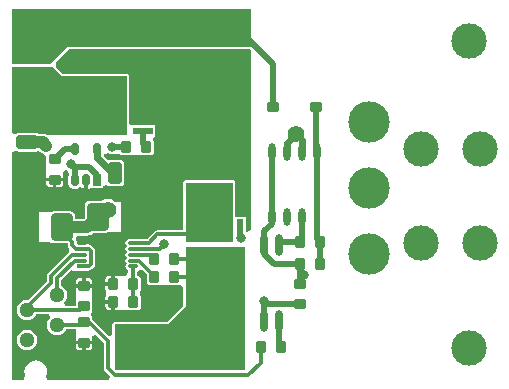
<source format=gbl>
G04 Layer_Physical_Order=2*
G04 Layer_Color=16711680*
%FSLAX24Y24*%
%MOIN*%
G70*
G01*
G75*
G04:AMPARAMS|DCode=11|XSize=39.4mil|YSize=35.4mil|CornerRadius=4.4mil|HoleSize=0mil|Usage=FLASHONLY|Rotation=180.000|XOffset=0mil|YOffset=0mil|HoleType=Round|Shape=RoundedRectangle|*
%AMROUNDEDRECTD11*
21,1,0.0394,0.0266,0,0,180.0*
21,1,0.0305,0.0354,0,0,180.0*
1,1,0.0089,-0.0153,0.0133*
1,1,0.0089,0.0153,0.0133*
1,1,0.0089,0.0153,-0.0133*
1,1,0.0089,-0.0153,-0.0133*
%
%ADD11ROUNDEDRECTD11*%
%ADD15C,0.0157*%
%ADD16C,0.0197*%
%ADD18C,0.0118*%
%ADD20C,0.0394*%
%ADD21C,0.1378*%
%ADD22C,0.0512*%
%ADD23C,0.1181*%
%ADD24C,0.1181*%
%ADD25C,0.0315*%
%ADD26C,0.0394*%
%ADD27C,0.0551*%
%ADD28C,0.0591*%
%ADD29R,0.0260X0.0394*%
G04:AMPARAMS|DCode=30|XSize=39.4mil|YSize=26mil|CornerRadius=6.5mil|HoleSize=0mil|Usage=FLASHONLY|Rotation=90.000|XOffset=0mil|YOffset=0mil|HoleType=Round|Shape=RoundedRectangle|*
%AMROUNDEDRECTD30*
21,1,0.0394,0.0130,0,0,90.0*
21,1,0.0264,0.0260,0,0,90.0*
1,1,0.0130,0.0065,0.0132*
1,1,0.0130,0.0065,-0.0132*
1,1,0.0130,-0.0065,-0.0132*
1,1,0.0130,-0.0065,0.0132*
%
%ADD30ROUNDEDRECTD30*%
%ADD31O,0.0256X0.0728*%
%ADD32O,0.0236X0.0591*%
%ADD33R,0.0236X0.0591*%
%ADD34O,0.0354X0.0118*%
%ADD35R,0.0354X0.0118*%
G04:AMPARAMS|DCode=36|XSize=39.4mil|YSize=35.4mil|CornerRadius=4.4mil|HoleSize=0mil|Usage=FLASHONLY|Rotation=270.000|XOffset=0mil|YOffset=0mil|HoleType=Round|Shape=RoundedRectangle|*
%AMROUNDEDRECTD36*
21,1,0.0394,0.0266,0,0,270.0*
21,1,0.0305,0.0354,0,0,270.0*
1,1,0.0089,-0.0133,-0.0153*
1,1,0.0089,-0.0133,0.0153*
1,1,0.0089,0.0133,0.0153*
1,1,0.0089,0.0133,-0.0153*
%
%ADD36ROUNDEDRECTD36*%
%ADD37R,0.0650X0.0240*%
%ADD38R,0.1820X0.1780*%
G04:AMPARAMS|DCode=39|XSize=90.6mil|YSize=70.9mil|CornerRadius=8.9mil|HoleSize=0mil|Usage=FLASHONLY|Rotation=270.000|XOffset=0mil|YOffset=0mil|HoleType=Round|Shape=RoundedRectangle|*
%AMROUNDEDRECTD39*
21,1,0.0906,0.0532,0,0,270.0*
21,1,0.0728,0.0709,0,0,270.0*
1,1,0.0177,-0.0266,-0.0364*
1,1,0.0177,-0.0266,0.0364*
1,1,0.0177,0.0266,0.0364*
1,1,0.0177,0.0266,-0.0364*
%
%ADD39ROUNDEDRECTD39*%
G04:AMPARAMS|DCode=40|XSize=70.9mil|YSize=45.3mil|CornerRadius=5.7mil|HoleSize=0mil|Usage=FLASHONLY|Rotation=180.000|XOffset=0mil|YOffset=0mil|HoleType=Round|Shape=RoundedRectangle|*
%AMROUNDEDRECTD40*
21,1,0.0709,0.0340,0,0,180.0*
21,1,0.0595,0.0453,0,0,180.0*
1,1,0.0113,-0.0298,0.0170*
1,1,0.0113,0.0298,0.0170*
1,1,0.0113,0.0298,-0.0170*
1,1,0.0113,-0.0298,-0.0170*
%
%ADD40ROUNDEDRECTD40*%
G04:AMPARAMS|DCode=41|XSize=70.9mil|YSize=45.3mil|CornerRadius=5.7mil|HoleSize=0mil|Usage=FLASHONLY|Rotation=270.000|XOffset=0mil|YOffset=0mil|HoleType=Round|Shape=RoundedRectangle|*
%AMROUNDEDRECTD41*
21,1,0.0709,0.0340,0,0,270.0*
21,1,0.0595,0.0453,0,0,270.0*
1,1,0.0113,-0.0170,-0.0298*
1,1,0.0113,-0.0170,0.0298*
1,1,0.0113,0.0170,0.0298*
1,1,0.0113,0.0170,-0.0298*
%
%ADD41ROUNDEDRECTD41*%
%ADD42R,0.0240X0.0650*%
%ADD43R,0.1780X0.1820*%
G04:AMPARAMS|DCode=44|XSize=106.3mil|YSize=55.1mil|CornerRadius=6.9mil|HoleSize=0mil|Usage=FLASHONLY|Rotation=0.000|XOffset=0mil|YOffset=0mil|HoleType=Round|Shape=RoundedRectangle|*
%AMROUNDEDRECTD44*
21,1,0.1063,0.0413,0,0,0.0*
21,1,0.0925,0.0551,0,0,0.0*
1,1,0.0138,0.0463,-0.0207*
1,1,0.0138,-0.0463,-0.0207*
1,1,0.0138,-0.0463,0.0207*
1,1,0.0138,0.0463,0.0207*
%
%ADD44ROUNDEDRECTD44*%
G04:AMPARAMS|DCode=45|XSize=31.5mil|YSize=39.4mil|CornerRadius=3.9mil|HoleSize=0mil|Usage=FLASHONLY|Rotation=270.000|XOffset=0mil|YOffset=0mil|HoleType=Round|Shape=RoundedRectangle|*
%AMROUNDEDRECTD45*
21,1,0.0315,0.0315,0,0,270.0*
21,1,0.0236,0.0394,0,0,270.0*
1,1,0.0079,-0.0157,-0.0118*
1,1,0.0079,-0.0157,0.0118*
1,1,0.0079,0.0157,0.0118*
1,1,0.0079,0.0157,-0.0118*
%
%ADD45ROUNDEDRECTD45*%
%ADD46C,0.0236*%
G36*
X7874Y433D02*
X3585D01*
X3543Y474D01*
Y1969D01*
X5315D01*
X5906Y2559D01*
Y4528D01*
X7874D01*
Y433D01*
D02*
G37*
G36*
X7480Y4724D02*
X5906D01*
Y6693D01*
X7480D01*
Y4724D01*
D02*
G37*
G36*
X8071Y11122D02*
Y5111D01*
X7953Y5056D01*
X7917Y5085D01*
Y5542D01*
X7561D01*
Y6693D01*
X7554Y6724D01*
X7537Y6750D01*
X7511Y6767D01*
X7480Y6773D01*
X5906D01*
X5875Y6767D01*
X5849Y6750D01*
X5831Y6724D01*
X5825Y6693D01*
Y5101D01*
X4961D01*
X4907Y5090D01*
X4861Y5060D01*
X4627Y4826D01*
X4031D01*
X3978Y4815D01*
X3932Y4784D01*
X3902Y4739D01*
X3891Y4685D01*
X3902Y4631D01*
X3932Y4587D01*
X3902Y4542D01*
X3891Y4488D01*
X3902Y4434D01*
X3932Y4390D01*
X3902Y4345D01*
X3891Y4291D01*
X3902Y4238D01*
X3932Y4193D01*
X3902Y4148D01*
X3891Y4094D01*
X3902Y4041D01*
X3932Y3996D01*
X3902Y3951D01*
X3891Y3898D01*
X3902Y3844D01*
X3932Y3798D01*
X3978Y3768D01*
X3989Y3695D01*
X3909Y3583D01*
X3661D01*
X3656Y3577D01*
X3617Y3585D01*
X3543D01*
Y3307D01*
X3484D01*
Y3248D01*
X3226D01*
Y3155D01*
X3235Y3107D01*
X3252Y3082D01*
X3263Y3062D01*
Y2962D01*
X3252Y2942D01*
X3235Y2917D01*
X3226Y2869D01*
Y2776D01*
X3484D01*
Y2717D01*
X3543D01*
Y2439D01*
X3617D01*
X3656Y2446D01*
X3661Y2441D01*
X3976D01*
X3982Y2446D01*
X4021Y2439D01*
X4286D01*
X4334Y2448D01*
X4375Y2475D01*
X4402Y2516D01*
X4412Y2564D01*
Y2869D01*
X4402Y2917D01*
X4386Y2942D01*
X4375Y2962D01*
Y3062D01*
X4386Y3082D01*
X4402Y3107D01*
X4412Y3155D01*
Y3460D01*
X4402Y3508D01*
X4375Y3548D01*
X4334Y3576D01*
X4290Y3584D01*
Y3720D01*
X4397Y3789D01*
X4484Y3761D01*
X4604Y3641D01*
Y3391D01*
X4613Y3343D01*
X4641Y3302D01*
X4681Y3275D01*
X4729Y3265D01*
X4995D01*
X5034Y3273D01*
X5039Y3268D01*
X5354D01*
X5360Y3273D01*
X5399Y3265D01*
X5664D01*
X5707Y3274D01*
X5713Y3274D01*
X5825Y3214D01*
Y2592D01*
X5282Y2049D01*
X3543D01*
X3513Y2043D01*
X3487Y2025D01*
X3469Y1999D01*
X3463Y1969D01*
Y1627D01*
X3345Y1578D01*
X2798Y2125D01*
Y2160D01*
X2788Y2208D01*
X2774Y2229D01*
X2761Y2254D01*
Y2352D01*
X2774Y2377D01*
X2788Y2398D01*
X2798Y2446D01*
Y2712D01*
X2790Y2751D01*
X2795Y2756D01*
Y3071D01*
X2790Y3076D01*
X2798Y3115D01*
Y3189D01*
X2242D01*
Y3115D01*
X2249Y3076D01*
X2244Y3071D01*
Y2756D01*
X2249Y2751D01*
X2242Y2712D01*
Y2585D01*
X1889D01*
X1849Y2703D01*
X1853Y2706D01*
X1906Y2776D01*
X1940Y2858D01*
X1952Y2945D01*
X1940Y3032D01*
X1906Y3114D01*
X1853Y3184D01*
X1783Y3237D01*
X1755Y3249D01*
Y3446D01*
X2075Y3766D01*
X2185Y3760D01*
Y3760D01*
X2185Y3760D01*
X2427D01*
X2441Y3757D01*
X2677D01*
X2691Y3760D01*
X2697D01*
Y3761D01*
X2731Y3768D01*
X2777Y3798D01*
X2855Y3877D01*
X2886Y3923D01*
X2896Y3976D01*
Y4409D01*
X2886Y4463D01*
X2855Y4509D01*
X2777Y4588D01*
X2731Y4618D01*
X2677Y4629D01*
X2299D01*
X2266Y4662D01*
Y4724D01*
X2256Y4778D01*
X2241Y4801D01*
X2279Y4919D01*
X2618D01*
X2690Y4928D01*
X2757Y4956D01*
X2815Y5000D01*
X2831Y5016D01*
X3238D01*
X3303Y5029D01*
X3343Y5051D01*
X3343Y5051D01*
X3743D01*
Y6051D01*
X3545D01*
X3486Y6097D01*
X3400Y6133D01*
X3307Y6145D01*
X3215Y6133D01*
X3128Y6097D01*
X3114Y6086D01*
X2707D01*
X2641Y6073D01*
X2586Y6036D01*
X2549Y5981D01*
X2536Y5915D01*
Y5508D01*
X2503Y5475D01*
X2228D01*
Y5561D01*
X2215Y5626D01*
X2178Y5682D01*
X2122Y5719D01*
X2057Y5732D01*
X1526D01*
X1460Y5719D01*
X1420Y5697D01*
X1420Y5697D01*
X1020D01*
Y4697D01*
X1325D01*
X1435Y4692D01*
X1460Y4675D01*
X1526Y4662D01*
X1526Y4662D01*
X1546Y4662D01*
X1985D01*
Y4604D01*
X1996Y4550D01*
X2018Y4518D01*
X2027Y4501D01*
X2024Y4391D01*
X1318Y3685D01*
X1288Y3639D01*
X1277Y3585D01*
Y3405D01*
X650Y2778D01*
X614Y2782D01*
X527Y2771D01*
X445Y2737D01*
X375Y2684D01*
X322Y2614D01*
X288Y2532D01*
X277Y2445D01*
X288Y2358D01*
X322Y2276D01*
X375Y2206D01*
X445Y2153D01*
X527Y2119D01*
X614Y2107D01*
X702Y2119D01*
X783Y2153D01*
X853Y2206D01*
X906Y2276D01*
X918Y2304D01*
X1339D01*
X1379Y2186D01*
X1375Y2184D01*
X1322Y2114D01*
X1288Y2032D01*
X1277Y1945D01*
X1288Y1858D01*
X1322Y1776D01*
X1375Y1706D01*
X1445Y1653D01*
X1527Y1619D01*
X1614Y1607D01*
X1702Y1619D01*
X1783Y1653D01*
X1853Y1706D01*
X1906Y1776D01*
X1918Y1804D01*
X2244D01*
Y1535D01*
X2249Y1530D01*
X2242Y1491D01*
Y1417D01*
X2798D01*
Y1491D01*
X2790Y1530D01*
X2795Y1535D01*
Y1576D01*
X2904Y1621D01*
X3167Y1359D01*
Y512D01*
X3177Y458D01*
X3208Y412D01*
X3382Y239D01*
X3333Y120D01*
X1316D01*
X1289Y148D01*
X1246Y239D01*
X1270Y296D01*
X1283Y394D01*
X1270Y491D01*
X1232Y582D01*
X1172Y660D01*
X1094Y720D01*
X1003Y758D01*
X906Y771D01*
X808Y758D01*
X717Y720D01*
X639Y660D01*
X579Y582D01*
X541Y491D01*
X528Y394D01*
X541Y296D01*
X565Y239D01*
X522Y148D01*
X495Y120D01*
X120D01*
Y7722D01*
X215Y7757D01*
X239Y7762D01*
X279Y7734D01*
X332Y7724D01*
X928D01*
X980Y7734D01*
X1009Y7754D01*
X1027D01*
X1063Y7717D01*
X1121Y7673D01*
X1188Y7645D01*
X1257Y7594D01*
Y7328D01*
X1265Y7289D01*
X1260Y7283D01*
Y6969D01*
X1265Y6963D01*
X1257Y6924D01*
Y6850D01*
X1813D01*
Y6924D01*
X1806Y6963D01*
X1811Y6969D01*
Y7056D01*
X1923Y7113D01*
X1972Y7082D01*
X2004Y6960D01*
X1993Y6904D01*
Y6640D01*
X2004Y6584D01*
X2036Y6536D01*
X2084Y6504D01*
X2140Y6493D01*
X2270D01*
X2326Y6504D01*
X2373Y6536D01*
X2410D01*
X2458Y6504D01*
X2514Y6493D01*
X2520D01*
Y6772D01*
X2638D01*
Y6493D01*
X2644D01*
X2744Y6496D01*
X2744Y6496D01*
X3161D01*
Y6571D01*
X3258Y6606D01*
X3280Y6610D01*
X3321Y6583D01*
X3374Y6572D01*
X3713D01*
X3766Y6583D01*
X3811Y6613D01*
X3841Y6657D01*
X3851Y6710D01*
Y7306D01*
X3841Y7358D01*
X3811Y7403D01*
X3766Y7433D01*
X3713Y7444D01*
X3475D01*
X3465Y7446D01*
X3455Y7444D01*
X3374D01*
X3323Y7434D01*
X3182Y7574D01*
X3195Y7639D01*
X3227Y7660D01*
X3321Y7686D01*
X3372Y7652D01*
X3465Y7633D01*
X3557Y7652D01*
X3567Y7653D01*
X3696Y7633D01*
X3736Y7606D01*
X3784Y7596D01*
X4050D01*
X4089Y7604D01*
X4094Y7598D01*
X4409D01*
X4415Y7604D01*
X4454Y7596D01*
X4719D01*
X4767Y7606D01*
X4808Y7633D01*
X4835Y7673D01*
X4845Y7721D01*
Y8027D01*
X4835Y8075D01*
X4814Y8106D01*
X4824Y8151D01*
X4857Y8224D01*
X4872D01*
Y8622D01*
X4135D01*
X4065Y8622D01*
X4017Y8720D01*
Y10236D01*
X4011Y10267D01*
X3994Y10293D01*
X3968Y10310D01*
X3937Y10316D01*
X1805D01*
X1575Y10546D01*
Y10713D01*
X2002Y11140D01*
X8053D01*
X8071Y11122D01*
D02*
G37*
G36*
Y11220D02*
X1969D01*
X1378Y10630D01*
X120D01*
Y12478D01*
X8071D01*
Y11220D01*
D02*
G37*
G36*
X1772Y10236D02*
X3937D01*
Y8268D01*
X1287D01*
X1281Y8272D01*
X1214Y8300D01*
X1142Y8309D01*
X1009D01*
X980Y8329D01*
X928Y8339D01*
X332D01*
X279Y8329D01*
X239Y8301D01*
X215Y8306D01*
X120Y8341D01*
Y10550D01*
X1378D01*
X1378Y10550D01*
X1409Y10556D01*
X1435Y10573D01*
X1772Y10236D01*
D02*
G37*
%LPC*%
G36*
X614Y1782D02*
X527Y1771D01*
X445Y1737D01*
X375Y1684D01*
X322Y1614D01*
X288Y1532D01*
X277Y1445D01*
X288Y1358D01*
X322Y1276D01*
X375Y1206D01*
X445Y1153D01*
X527Y1119D01*
X614Y1107D01*
X702Y1119D01*
X783Y1153D01*
X853Y1206D01*
X906Y1276D01*
X940Y1358D01*
X952Y1445D01*
X940Y1532D01*
X906Y1614D01*
X853Y1684D01*
X783Y1737D01*
X702Y1771D01*
X614Y1782D01*
D02*
G37*
G36*
X3425Y2657D02*
X3226D01*
Y2564D01*
X3235Y2516D01*
X3263Y2475D01*
X3303Y2448D01*
X3351Y2439D01*
X3425D01*
Y2657D01*
D02*
G37*
G36*
X2461Y1299D02*
X2242D01*
Y1225D01*
X2251Y1177D01*
X2278Y1137D01*
X2319Y1110D01*
X2367Y1100D01*
X2461D01*
Y1299D01*
D02*
G37*
G36*
X2798D02*
X2579D01*
Y1100D01*
X2672D01*
X2720Y1110D01*
X2761Y1137D01*
X2788Y1177D01*
X2798Y1225D01*
Y1299D01*
D02*
G37*
G36*
X1476Y6732D02*
X1257D01*
Y6658D01*
X1267Y6610D01*
X1294Y6570D01*
X1335Y6543D01*
X1383Y6533D01*
X1476D01*
Y6732D01*
D02*
G37*
G36*
X1813D02*
X1594D01*
Y6533D01*
X1688D01*
X1736Y6543D01*
X1777Y6570D01*
X1804Y6610D01*
X1813Y6658D01*
Y6732D01*
D02*
G37*
G36*
X3425Y3585D02*
X3351D01*
X3303Y3576D01*
X3263Y3548D01*
X3235Y3508D01*
X3226Y3460D01*
Y3366D01*
X3425D01*
Y3585D01*
D02*
G37*
G36*
X2461Y3506D02*
X2367D01*
X2319Y3497D01*
X2278Y3470D01*
X2251Y3429D01*
X2242Y3381D01*
Y3307D01*
X2461D01*
Y3506D01*
D02*
G37*
G36*
X2672D02*
X2579D01*
Y3307D01*
X2798D01*
Y3381D01*
X2788Y3429D01*
X2761Y3470D01*
X2720Y3497D01*
X2672Y3506D01*
D02*
G37*
%LPD*%
D11*
X2520Y1358D02*
D03*
Y2028D02*
D03*
Y3248D02*
D03*
Y2579D02*
D03*
X1535Y6791D02*
D03*
Y7461D02*
D03*
X9724Y3327D02*
D03*
Y2657D02*
D03*
D15*
X7718Y4880D02*
X7756Y4843D01*
X7718Y4880D02*
Y5138D01*
X3504Y6969D02*
X3543Y7008D01*
D16*
X8530Y2077D02*
Y2730D01*
X8602Y2657D02*
X9724D01*
X8530Y2730D02*
X8602Y2657D01*
X9705Y3346D02*
Y3976D01*
Y3346D02*
X9724Y3327D01*
Y3504D02*
X9843Y3622D01*
X9724Y3327D02*
Y3504D01*
X2205Y6772D02*
Y7205D01*
X1882Y7807D02*
X2205D01*
X1535Y7461D02*
X1882Y7807D01*
X4469Y7992D02*
Y8423D01*
Y7992D02*
X4587Y7874D01*
X3465D02*
X3917D01*
X10256Y7736D02*
X10276Y7717D01*
Y5551D02*
Y7717D01*
Y4823D02*
X10374Y4724D01*
X10276Y4823D02*
Y5551D01*
X10374Y3976D02*
Y4724D01*
X9030Y1266D02*
Y2077D01*
Y1266D02*
X9075Y1220D01*
X9138Y4724D02*
X9705D01*
X9030Y4616D02*
X9138Y4724D01*
X9776Y4795D02*
Y5551D01*
X9705Y4724D02*
X9776Y4795D01*
X8530Y4305D02*
Y4616D01*
Y4305D02*
X8858Y3976D01*
X9705D01*
X10256Y7736D02*
Y9213D01*
X7638Y11811D02*
Y11929D01*
Y11811D02*
X8799Y10650D01*
Y9213D02*
Y10650D01*
X8776Y5551D02*
Y7717D01*
Y5311D02*
Y5551D01*
X8530Y5065D02*
X8776Y5311D01*
X8530Y4616D02*
Y5065D01*
X2953Y6772D02*
Y6937D01*
X2685Y7205D02*
X2953Y6937D01*
X2205Y7205D02*
X2685D01*
D18*
X2697Y2028D02*
X3307Y1417D01*
Y512D02*
Y1417D01*
Y512D02*
X3543Y276D01*
X8406Y689D02*
Y1220D01*
X7992Y276D02*
X8406Y689D01*
X3543Y276D02*
X7992D01*
X2205Y4094D02*
X2441D01*
X1614Y3504D02*
X2205Y4094D01*
X1614Y2945D02*
Y3504D01*
X2123Y4291D02*
X2441D01*
X1417Y3585D02*
X2123Y4291D01*
X614Y2445D02*
X2386D01*
X2520Y2579D01*
X1614Y1945D02*
X2437D01*
X2520Y2028D01*
X2697D01*
X4150Y4291D02*
X4705D01*
X4862Y4134D01*
X4150Y4094D02*
X4349D01*
X4862Y3582D01*
Y3543D02*
Y3582D01*
X4150Y3311D02*
Y3898D01*
Y3311D02*
X4154Y3307D01*
Y2717D02*
Y3307D01*
X4154Y2717D02*
X4154Y2717D01*
X5531Y4134D02*
X6469D01*
X6969Y3634D01*
X5531Y3543D02*
X6877D01*
X6969Y3634D01*
X4150Y4488D02*
X5039D01*
X5197Y4646D01*
X4150Y4685D02*
X4685D01*
X4961Y4961D01*
X6041D01*
X6219Y5138D01*
X2441Y3898D02*
X2677D01*
X2756Y3976D01*
Y4409D01*
X2677Y4488D02*
X2756Y4409D01*
X2441Y4488D02*
X2677D01*
X2241D02*
X2441D01*
X2126Y4604D02*
X2241Y4488D01*
X1791Y5059D02*
Y5197D01*
Y5059D02*
X2126Y4724D01*
Y4604D02*
Y4724D01*
X614Y2445D02*
Y2543D01*
X1417Y3346D01*
Y3585D01*
D20*
X3209Y5787D02*
X3307D01*
X2972Y5551D02*
X3209Y5787D01*
X1791Y5197D02*
X2618D01*
X2972Y5551D01*
X630Y8031D02*
X1142D01*
X1260Y7913D01*
D21*
X12008Y8701D02*
D03*
Y6512D02*
D03*
Y4323D02*
D03*
D22*
X614Y3445D02*
D03*
Y1445D02*
D03*
Y2445D02*
D03*
X1614Y1945D02*
D03*
Y2945D02*
D03*
Y945D02*
D03*
D23*
X15709Y4685D02*
D03*
X13740Y4685D02*
D03*
X15709Y7795D02*
D03*
X13740D02*
D03*
X984Y11417D02*
D03*
Y9449D02*
D03*
D24*
X15354Y11417D02*
D03*
Y1181D02*
D03*
D25*
X7756Y4843D02*
D03*
X3465Y7205D02*
D03*
X5197Y4646D02*
D03*
X2087Y7323D02*
D03*
X3465Y7874D02*
D03*
X9843Y3622D02*
D03*
X8530Y2730D02*
D03*
X2402Y10906D02*
D03*
D26*
X3189Y2283D02*
D03*
X5197Y7480D02*
D03*
X3189Y10551D02*
D03*
X4843Y10433D02*
D03*
X5315D02*
D03*
X6260D02*
D03*
X7205D02*
D03*
X5079Y8819D02*
D03*
Y9921D02*
D03*
Y9370D02*
D03*
X3346Y4724D02*
D03*
X1535Y6181D02*
D03*
X4055Y6378D02*
D03*
X2402Y6260D02*
D03*
X2756Y394D02*
D03*
X7874Y6102D02*
D03*
X5512Y6299D02*
D03*
X4921Y5394D02*
D03*
X1378Y4134D02*
D03*
X787Y6299D02*
D03*
X5787Y10433D02*
D03*
X6732D02*
D03*
X7677D02*
D03*
X7756Y8346D02*
D03*
X5709D02*
D03*
X6142Y8819D02*
D03*
X7323D02*
D03*
X6732D02*
D03*
X1260Y7913D02*
D03*
D27*
X3307Y5787D02*
D03*
X9567Y8307D02*
D03*
D28*
X6890Y12165D02*
D03*
X5709D02*
D03*
X4528D02*
D03*
X3346D02*
D03*
X4567Y1575D02*
D03*
X5709D02*
D03*
X6890D02*
D03*
Y906D02*
D03*
X5709D02*
D03*
X4528D02*
D03*
X5709Y11535D02*
D03*
X6890D02*
D03*
X4528D02*
D03*
X3346D02*
D03*
D29*
X2953Y6772D02*
D03*
D30*
X2579D02*
D03*
X2205D02*
D03*
X2953Y7807D02*
D03*
X2205D02*
D03*
D31*
X9030Y2077D02*
D03*
X8530D02*
D03*
X9030Y4616D02*
D03*
X8530D02*
D03*
D32*
X8776Y7717D02*
D03*
X9276D02*
D03*
X9776D02*
D03*
X10276D02*
D03*
X8776Y5551D02*
D03*
X9276D02*
D03*
X9776D02*
D03*
D33*
X10276D02*
D03*
D34*
X4150Y4685D02*
D03*
Y4488D02*
D03*
Y4291D02*
D03*
Y4094D02*
D03*
Y3898D02*
D03*
X2441Y4685D02*
D03*
Y4488D02*
D03*
Y4291D02*
D03*
Y4094D02*
D03*
D35*
Y3898D02*
D03*
D36*
X3917Y7874D02*
D03*
X4587D02*
D03*
X5531Y4134D02*
D03*
X4862D02*
D03*
X5531Y3543D02*
D03*
X4862D02*
D03*
X3484Y2717D02*
D03*
X4154D02*
D03*
X3484Y3307D02*
D03*
X4154D02*
D03*
X10374Y4724D02*
D03*
X9705D02*
D03*
X10374Y3976D02*
D03*
X9705D02*
D03*
X9075Y1220D02*
D03*
X8406D02*
D03*
D37*
X4469Y8423D02*
D03*
Y8923D02*
D03*
Y9923D02*
D03*
Y9423D02*
D03*
D38*
X2965Y9173D02*
D03*
D39*
X4114Y5551D02*
D03*
X2972D02*
D03*
X1791Y5197D02*
D03*
X650D02*
D03*
D40*
X630Y8031D02*
D03*
Y6850D02*
D03*
X7638Y11929D02*
D03*
Y10748D02*
D03*
X6732Y11929D02*
D03*
Y10748D02*
D03*
X5827Y11929D02*
D03*
Y10748D02*
D03*
X4921Y11929D02*
D03*
Y10748D02*
D03*
X4016Y11929D02*
D03*
Y10748D02*
D03*
X3110Y11929D02*
D03*
Y10748D02*
D03*
X2205Y11929D02*
D03*
Y10748D02*
D03*
D41*
X4724Y7008D02*
D03*
X3543D02*
D03*
D42*
X7718Y5138D02*
D03*
X7218D02*
D03*
X6719D02*
D03*
X6219D02*
D03*
D43*
X6969Y3634D02*
D03*
D44*
X6732Y8110D02*
D03*
Y6299D02*
D03*
D45*
X10256Y9213D02*
D03*
X8799D02*
D03*
D46*
X2953Y7520D02*
X3504Y6969D01*
X2953Y7520D02*
Y7807D01*
X9276Y8016D02*
X9567Y8307D01*
X9276Y7717D02*
Y8016D01*
X9567Y8307D02*
X9776Y8098D01*
Y7717D02*
Y8098D01*
M02*

</source>
